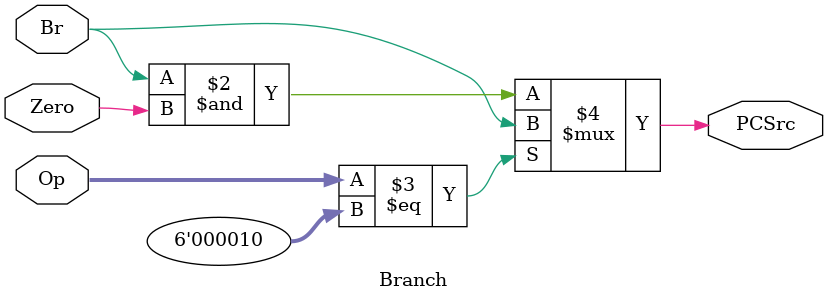
<source format=v>

module Branch(PCSrc, Br, Zero, Op);

output reg PCSrc;
input Br, Zero;
input [5:0] Op;

always@(*) begin

	PCSrc <= Br & Zero;

	if(Op == 6'b000010) //jump instruction 
		PCSrc <= Br;
	
end

endmodule 
</source>
